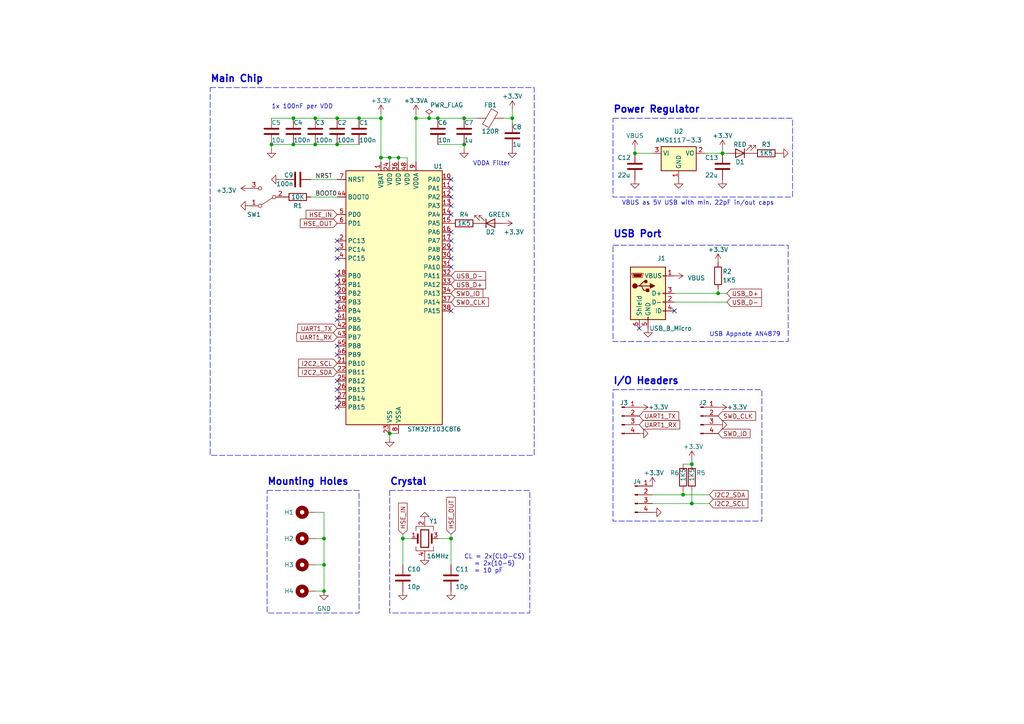
<source format=kicad_sch>
(kicad_sch (version 20230121) (generator eeschema)
  (paper "A4")
  (title_block (title "Udemy STM32 Example") (date "2023-06-06") (rev "0.1") (company "Achmadi ST MT"))
  (lib_symbols
    (symbol "Connector:Conn_01x04_Pin" (pin_names (offset 1.016) hide)
      (property "Reference" "J" (at 0 5.08 0))
      (property "Value" "Conn_01x04_Pin" (at 0 -7.62 0))
      (symbol "Conn_01x04_Pin_1_1"
        (polyline (pts (xy 1.27 -5.08) (xy 0.8636 -5.08)) (stroke (width 0.1524)))
        (polyline (pts (xy 1.27 -2.54) (xy 0.8636 -2.54)) (stroke (width 0.1524)))
        (polyline (pts (xy 1.27 0) (xy 0.8636 0)) (stroke (width 0.1524)))
        (polyline (pts (xy 1.27 2.54) (xy 0.8636 2.54)) (stroke (width 0.1524)))
        (rectangle (start 0.8636 -4.953) (end 0 -5.207) (stroke (width 0.1524)) (fill (type outline)))
        (rectangle (start 0.8636 -2.413) (end 0 -2.667) (stroke (width 0.1524)) (fill (type outline)))
        (rectangle (start 0.8636 0.127) (end 0 -0.127) (stroke (width 0.1524)) (fill (type outline)))
        (rectangle (start 0.8636 2.667) (end 0 2.413) (stroke (width 0.1524)) (fill (type outline)))
        (pin passive line (at 5.08 2.54 180) (length 3.81) (name "Pin_1") (number "1"))
        (pin passive line (at 5.08 0 180) (length 3.81) (name "Pin_2") (number "2"))
        (pin passive line (at 5.08 -2.54 180) (length 3.81) (name "Pin_3") (number "3"))
        (pin passive line (at 5.08 -5.08 180) (length 3.81) (name "Pin_4") (number "4"))
      )
    )
    (symbol "Connector:USB_B_Micro" (pin_names (offset 1.016))
      (property "Reference" "J" (at -5.08 11.43 0))
      (property "Value" "USB_B_Micro" (at -5.08 8.89 0))
      (symbol "USB_B_Micro_0_1"
        (rectangle (start -5.08 -7.62) (end 5.08 7.62) (stroke (width 0.254)) (fill (type background)))
        (circle (center -3.81 2.159) (radius 0.635) (stroke (width 0.254)) (fill (type outline)))
        (circle (center -0.635 3.429) (radius 0.381) (stroke (width 0.254)) (fill (type outline)))
        (rectangle (start -0.127 -7.62) (end 0.127 -6.858))
        (polyline (pts (xy -1.905 2.159) (xy 0.635 2.159)) (stroke (width 0.254)))
        (polyline (pts (xy -3.175 2.159) (xy -2.54 2.159) (xy -1.27 3.429) (xy -0.635 3.429)) (stroke (width 0.254)))
        (polyline (pts (xy -2.54 2.159) (xy -1.905 2.159) (xy -1.27 0.889) (xy 0 0.889)) (stroke (width 0.254)))
        (polyline (pts (xy 0.635 2.794) (xy 0.635 1.524) (xy 1.905 2.159) (xy 0.635 2.794)) (stroke (width 0.254)) (fill (type outline)))
        (polyline (pts (xy -4.318 5.588) (xy -1.778 5.588) (xy -2.032 4.826) (xy -4.064 4.826) (xy -4.318 5.588)) (fill (type outline)))
        (polyline (pts (xy -4.699 5.842) (xy -4.699 5.588) (xy -4.445 4.826) (xy -4.445 4.572) (xy -1.651 4.572) (xy -1.651 4.826) (xy -1.397 5.588) (xy -1.397 5.842) (xy -4.699 5.842)))
        (rectangle (start 0.254 1.27) (end -0.508 0.508) (stroke (width 0.254)) (fill (type outline)))
        (rectangle (start 5.08 -5.207) (end 4.318 -4.953))
        (rectangle (start 5.08 -2.667) (end 4.318 -2.413))
        (rectangle (start 5.08 -0.127) (end 4.318 0.127))
        (rectangle (start 5.08 4.953) (end 4.318 5.207))
      )
      (symbol "USB_B_Micro_1_1"
        (pin power_out line (at 7.62 5.08 180) (length 2.54) (name "VBUS") (number "1"))
        (pin bidirectional line (at 7.62 -2.54 180) (length 2.54) (name "D-") (number "2"))
        (pin bidirectional line (at 7.62 0 180) (length 2.54) (name "D+") (number "3"))
        (pin passive line (at 7.62 -5.08 180) (length 2.54) (name "ID") (number "4"))
        (pin power_out line (at 0 -10.16 90) (length 2.54) (name "GND") (number "5"))
        (pin passive line (at -2.54 -10.16 90) (length 2.54) (name "Shield") (number "6"))
      )
    )
    (symbol "Device:C" (pin_numbers hide) (pin_names (offset 0.254))
      (property "Reference" "C" (at 0.635 2.54 0))
      (property "Value" "C" (at 0.635 -2.54 0))
      (symbol "C_0_1"
        (polyline (pts (xy -2.032 -0.762) (xy 2.032 -0.762)) (stroke (width 0.508)))
        (polyline (pts (xy -2.032 0.762) (xy 2.032 0.762)) (stroke (width 0.508)))
      )
      (symbol "C_1_1"
        (pin passive line (at 0 3.81 270) (length 2.794) (name "~") (number "1"))
        (pin passive line (at 0 -3.81 90) (length 2.794) (name "~") (number "2"))
      )
    )
    (symbol "Device:Crystal_GND24" (pin_names (offset 1.016) hide)
      (property "Reference" "Y" (at 3.175 5.08 0))
      (property "Value" "Crystal_GND24" (at 3.175 3.175 0))
      (symbol "Crystal_GND24_0_1"
        (rectangle (start -1.143 2.54) (end 1.143 -2.54) (stroke (width 0.3048)))
        (polyline (pts (xy -2.54 0) (xy -2.032 0)))
        (polyline (pts (xy -2.032 -1.27) (xy -2.032 1.27)) (stroke (width 0.508)))
        (polyline (pts (xy 0 -3.81) (xy 0 -3.556)))
        (polyline (pts (xy 0 3.556) (xy 0 3.81)))
        (polyline (pts (xy 2.032 -1.27) (xy 2.032 1.27)) (stroke (width 0.508)))
        (polyline (pts (xy 2.032 0) (xy 2.54 0)))
        (polyline (pts (xy -2.54 -2.286) (xy -2.54 -3.556) (xy 2.54 -3.556) (xy 2.54 -2.286)))
        (polyline (pts (xy -2.54 2.286) (xy -2.54 3.556) (xy 2.54 3.556) (xy 2.54 2.286)))
      )
      (symbol "Crystal_GND24_1_1"
        (pin passive line (at -3.81 0 0) (length 1.27) (name "1") (number "1"))
        (pin passive line (at 0 5.08 270) (length 1.27) (name "2") (number "2"))
        (pin passive line (at 3.81 0 180) (length 1.27) (name "3") (number "3"))
        (pin passive line (at 0 -5.08 90) (length 1.27) (name "4") (number "4"))
      )
    )
    (symbol "Device:FerriteBead" (pin_numbers hide) (pin_names (offset 0))
      (property "Reference" "FB" (at -3.81 0.635 90))
      (property "Value" "FerriteBead" (at 3.81 0 90))
      (symbol "FerriteBead_0_1"
        (polyline (pts (xy 0 -1.27) (xy 0 -1.2192)))
        (polyline (pts (xy 0 1.27) (xy 0 1.2954)))
        (polyline (pts (xy -2.7686 0.4064) (xy -1.7018 2.2606) (xy 2.7686 -0.3048) (xy 1.6764 -2.159) (xy -2.7686 0.4064)))
      )
      (symbol "FerriteBead_1_1"
        (pin passive line (at 0 3.81 270) (length 2.54) (name "~") (number "1"))
        (pin passive line (at 0 -3.81 90) (length 2.54) (name "~") (number "2"))
      )
    )
    (symbol "Device:LED" (pin_numbers hide) (pin_names (offset 1.016) hide)
      (property "Reference" "D" (at 0 2.54 0))
      (property "Value" "LED" (at 0 -2.54 0))
      (symbol "LED_0_1"
        (polyline (pts (xy -1.27 -1.27) (xy -1.27 1.27)) (stroke (width 0.254)))
        (polyline (pts (xy -1.27 0) (xy 1.27 0)))
        (polyline (pts (xy 1.27 -1.27) (xy 1.27 1.27) (xy -1.27 0) (xy 1.27 -1.27)) (stroke (width 0.254)))
        (polyline (pts (xy -3.048 -0.762) (xy -4.572 -2.286) (xy -3.81 -2.286) (xy -4.572 -2.286) (xy -4.572 -1.524)))
        (polyline (pts (xy -1.778 -0.762) (xy -3.302 -2.286) (xy -2.54 -2.286) (xy -3.302 -2.286) (xy -3.302 -1.524)))
      )
      (symbol "LED_1_1"
        (pin passive line (at -3.81 0 0) (length 2.54) (name "K") (number "1"))
        (pin passive line (at 3.81 0 180) (length 2.54) (name "A") (number "2"))
      )
    )
    (symbol "Device:R" (pin_numbers hide) (pin_names (offset 0))
      (property "Reference" "R" (at 2.032 0 90))
      (property "Value" "R" (at 0 0 90))
      (symbol "R_0_1"
        (rectangle (start -1.016 -2.54) (end 1.016 2.54) (stroke (width 0.254)))
      )
      (symbol "R_1_1"
        (pin passive line (at 0 3.81 270) (length 1.27) (name "~") (number "1"))
        (pin passive line (at 0 -3.81 90) (length 1.27) (name "~") (number "2"))
      )
    )
    (symbol "MCU_ST_STM32F1:STM32F103C8Tx"
      (property "Reference" "U" (at -12.7 39.37 0))
      (property "Value" "STM32F103C8Tx" (at 10.16 39.37 0))
      (symbol "STM32F103C8Tx_0_1"
        (rectangle (start -12.7 -35.56) (end 15.24 38.1) (stroke (width 0.254)) (fill (type background)))
      )
      (symbol "STM32F103C8Tx_1_1"
        (pin power_in line (at -2.54 40.64 270) (length 2.54) (name "VBAT") (number "1"))
        (pin bidirectional line (at 17.78 35.56 180) (length 2.54) (name "PA0") (number "10"))
        (pin bidirectional line (at 17.78 33.02 180) (length 2.54) (name "PA1") (number "11"))
        (pin bidirectional line (at 17.78 30.48 180) (length 2.54) (name "PA2") (number "12"))
        (pin bidirectional line (at 17.78 27.94 180) (length 2.54) (name "PA3") (number "13"))
        (pin bidirectional line (at 17.78 25.4 180) (length 2.54) (name "PA4") (number "14"))
        (pin bidirectional line (at 17.78 22.86 180) (length 2.54) (name "PA5") (number "15"))
        (pin bidirectional line (at 17.78 20.32 180) (length 2.54) (name "PA6") (number "16"))
        (pin bidirectional line (at 17.78 17.78 180) (length 2.54) (name "PA7") (number "17"))
        (pin bidirectional line (at -15.24 7.62 0) (length 2.54) (name "PB0") (number "18"))
        (pin bidirectional line (at -15.24 5.08 0) (length 2.54) (name "PB1") (number "19"))
        (pin bidirectional line (at -15.24 17.78 0) (length 2.54) (name "PC13") (number "2"))
        (pin bidirectional line (at -15.24 2.54 0) (length 2.54) (name "PB2") (number "20"))
        (pin bidirectional line (at -15.24 -17.78 0) (length 2.54) (name "PB10") (number "21"))
        (pin bidirectional line (at -15.24 -20.32 0) (length 2.54) (name "PB11") (number "22"))
        (pin power_in line (at 0 -38.1 90) (length 2.54) (name "VSS") (number "23"))
        (pin power_in line (at 0 40.64 270) (length 2.54) (name "VDD") (number "24"))
        (pin bidirectional line (at -15.24 -22.86 0) (length 2.54) (name "PB12") (number "25"))
        (pin bidirectional line (at -15.24 -25.4 0) (length 2.54) (name "PB13") (number "26"))
        (pin bidirectional line (at -15.24 -27.94 0) (length 2.54) (name "PB14") (number "27"))
        (pin bidirectional line (at -15.24 -30.48 0) (length 2.54) (name "PB15") (number "28"))
        (pin bidirectional line (at 17.78 15.24 180) (length 2.54) (name "PA8") (number "29"))
        (pin bidirectional line (at -15.24 15.24 0) (length 2.54) (name "PC14") (number "3"))
        (pin bidirectional line (at 17.78 12.7 180) (length 2.54) (name "PA9") (number "30"))
        (pin bidirectional line (at 17.78 10.16 180) (length 2.54) (name "PA10") (number "31"))
        (pin bidirectional line (at 17.78 7.62 180) (length 2.54) (name "PA11") (number "32"))
        (pin bidirectional line (at 17.78 5.08 180) (length 2.54) (name "PA12") (number "33"))
        (pin bidirectional line (at 17.78 2.54 180) (length 2.54) (name "PA13") (number "34"))
        (pin passive line (at 0 -38.1 90) (length 2.54) hide (name "VSS") (number "35"))
        (pin power_in line (at 2.54 40.64 270) (length 2.54) (name "VDD") (number "36"))
        (pin bidirectional line (at 17.78 0 180) (length 2.54) (name "PA14") (number "37"))
        (pin bidirectional line (at 17.78 -2.54 180) (length 2.54) (name "PA15") (number "38"))
        (pin bidirectional line (at -15.24 0 0) (length 2.54) (name "PB3") (number "39"))
        (pin bidirectional line (at -15.24 12.7 0) (length 2.54) (name "PC15") (number "4"))
        (pin bidirectional line (at -15.24 -2.54 0) (length 2.54) (name "PB4") (number "40"))
        (pin bidirectional line (at -15.24 -5.08 0) (length 2.54) (name "PB5") (number "41"))
        (pin bidirectional line (at -15.24 -7.62 0) (length 2.54) (name "PB6") (number "42"))
        (pin bidirectional line (at -15.24 -10.16 0) (length 2.54) (name "PB7") (number "43"))
        (pin input line (at -15.24 30.48 0) (length 2.54) (name "BOOT0") (number "44"))
        (pin bidirectional line (at -15.24 -12.7 0) (length 2.54) (name "PB8") (number "45"))
        (pin bidirectional line (at -15.24 -15.24 0) (length 2.54) (name "PB9") (number "46"))
        (pin passive line (at 0 -38.1 90) (length 2.54) hide (name "VSS") (number "47"))
        (pin power_in line (at 5.08 40.64 270) (length 2.54) (name "VDD") (number "48"))
        (pin bidirectional line (at -15.24 25.4 0) (length 2.54) (name "PD0") (number "5"))
        (pin bidirectional line (at -15.24 22.86 0) (length 2.54) (name "PD1") (number "6"))
        (pin input line (at -15.24 35.56 0) (length 2.54) (name "NRST") (number "7"))
        (pin power_in line (at 2.54 -38.1 90) (length 2.54) (name "VSSA") (number "8"))
        (pin power_in line (at 7.62 40.64 270) (length 2.54) (name "VDDA") (number "9"))
      )
    )
    (symbol "Mechanical:MountingHole_Pad" (pin_numbers hide) (pin_names (offset 1.016) hide)
      (property "Reference" "H" (at 0 6.35 0))
      (property "Value" "MountingHole_Pad" (at 0 4.445 0))
      (symbol "MountingHole_Pad_0_1"
        (circle (center 0 1.27) (radius 1.27) (stroke (width 1.27)))
      )
      (symbol "MountingHole_Pad_1_1"
        (pin input line (at 0 -2.54 90) (length 2.54) (name "1") (number "1"))
      )
    )
    (symbol "Regulator_Linear:AMS1117-3.3"
      (property "Reference" "U" (at -3.81 3.175 0))
      (property "Value" "AMS1117-3.3" (at 0 3.175 0))
      (symbol "AMS1117-3.3_0_1"
        (rectangle (start -5.08 -5.08) (end 5.08 1.905) (stroke (width 0.254)) (fill (type background)))
      )
      (symbol "AMS1117-3.3_1_1"
        (pin power_in line (at 0 -7.62 90) (length 2.54) (name "GND") (number "1"))
        (pin power_out line (at 7.62 0 180) (length 2.54) (name "VO") (number "2"))
        (pin power_in line (at -7.62 0 0) (length 2.54) (name "VI") (number "3"))
      )
    )
    (symbol "Switch:SW_SPDT" (pin_names (offset 0) hide)
      (property "Reference" "SW" (at 0 4.318 0))
      (property "Value" "SW_SPDT" (at 0 -5.08 0))
      (symbol "SW_SPDT_0_0"
        (circle (center -2.032 0) (radius 0.508))
        (circle (center 2.032 -2.54) (radius 0.508))
      )
      (symbol "SW_SPDT_0_1"
        (polyline (pts (xy -1.524 0.254) (xy 1.651 2.286)))
        (circle (center 2.032 2.54) (radius 0.508))
      )
      (symbol "SW_SPDT_1_1"
        (pin passive line (at 5.08 2.54 180) (length 2.54) (name "A") (number "1"))
        (pin passive line (at -5.08 0 0) (length 2.54) (name "B") (number "2"))
        (pin passive line (at 5.08 -2.54 180) (length 2.54) (name "C") (number "3"))
      )
    )
    (symbol "power:+3.3V" (power) (pin_names (offset 0))
      (property "Value" "+3.3V" (at 0 3.556 0))
      (symbol "+3.3V_0_1"
        (polyline (pts (xy -0.762 1.27) (xy 0 2.54)))
        (polyline (pts (xy 0 0) (xy 0 2.54)))
        (polyline (pts (xy 0 2.54) (xy 0.762 1.27)))
      )
      (symbol "+3.3V_1_1"
        (pin power_in line (at 0 0 90) (length 0) hide (name "+3.3V") (number "1"))
      )
    )
    (symbol "power:+3.3VA" (power) (pin_names (offset 0))
      (property "Value" "+3.3VA" (at 0 3.556 0))
      (symbol "+3.3VA_0_1"
        (polyline (pts (xy -0.762 1.27) (xy 0 2.54)))
        (polyline (pts (xy 0 0) (xy 0 2.54)))
        (polyline (pts (xy 0 2.54) (xy 0.762 1.27)))
      )
      (symbol "+3.3VA_1_1"
        (pin power_in line (at 0 0 90) (length 0) hide (name "+3.3VA") (number "1"))
      )
    )
    (symbol "power:GND" (power) (pin_names (offset 0))
      (property "Value" "GND" (at 0 -3.81 0))
      (symbol "GND_0_1"
        (polyline (pts (xy 0 0) (xy 0 -1.27) (xy 1.27 -1.27) (xy 0 -2.54) (xy -1.27 -1.27) (xy 0 -1.27)))
      )
      (symbol "GND_1_1"
        (pin power_in line (at 0 0 270) (length 0) hide (name "GND") (number "1"))
      )
    )
    (symbol "power:PWR_FLAG" (power) (pin_numbers hide) (pin_names (offset 0) hide)
      (property "Value" "PWR_FLAG" (at 0 3.81 0))
      (symbol "PWR_FLAG_0_0"
        (pin power_out line (at 0 0 90) (length 0) (name "pwr") (number "1"))
      )
      (symbol "PWR_FLAG_0_1"
        (polyline (pts (xy 0 0) (xy 0 1.27) (xy -1.016 1.905) (xy 0 2.54) (xy 1.016 1.905) (xy 0 1.27)))
      )
    )
    (symbol "power:VBUS" (power) (pin_names (offset 0))
      (property "Value" "VBUS" (at 0 3.81 0))
      (symbol "VBUS_0_1"
        (polyline (pts (xy -0.762 1.27) (xy 0 2.54)))
        (polyline (pts (xy 0 0) (xy 0 2.54)))
        (polyline (pts (xy 0 2.54) (xy 0.762 1.27)))
      )
      (symbol "VBUS_1_1"
        (pin power_in line (at 0 0 90) (length 0) hide (name "VBUS") (number "1"))
      )
    )
  )
  (junction (at 116.84 156.21))
  (junction (at 85.09 41.91))
  (junction (at 130.81 156.21))
  (junction (at 200.66 134.62))
  (junction (at 113.03 125.73))
  (junction (at 120.65 34.29))
  (junction (at 85.09 34.29))
  (junction (at 134.62 34.29))
  (junction (at 209.55 44.45))
  (junction (at 91.44 41.91))
  (junction (at 200.66 146.05))
  (junction (at 127 34.29))
  (junction (at 198.12 143.51))
  (junction (at 184.15 44.45))
  (junction (at 97.79 34.29))
  (junction (at 78.74 41.91))
  (junction (at 208.28 85.09))
  (junction (at 91.44 34.29))
  (junction (at 110.49 34.29))
  (junction (at 115.57 45.72))
  (junction (at 93.98 156.21))
  (junction (at 124.46 34.29))
  (junction (at 104.14 34.29))
  (junction (at 93.98 163.83))
  (junction (at 110.49 45.72))
  (junction (at 134.62 41.91))
  (junction (at 93.98 171.45))
  (junction (at 113.03 45.72))
  (junction (at 97.79 41.91))
  (junction (at 148.59 34.29))
  (no_connect (at 97.79 110.49))
  (no_connect (at 97.79 69.85))
  (no_connect (at 97.79 74.93))
  (no_connect (at 97.79 82.55))
  (no_connect (at 130.81 52.07))
  (no_connect (at 97.79 90.17))
  (no_connect (at 185.42 95.25))
  (no_connect (at 130.81 90.17))
  (no_connect (at 130.81 67.31))
  (no_connect (at 130.81 57.15))
  (no_connect (at 97.79 85.09))
  (no_connect (at 97.79 118.11))
  (no_connect (at 97.79 92.71))
  (no_connect (at 97.79 115.57))
  (no_connect (at 130.81 54.61))
  (no_connect (at 130.81 69.85))
  (no_connect (at 97.79 72.39))
  (no_connect (at 97.79 102.87))
  (no_connect (at 97.79 100.33))
  (no_connect (at 195.58 90.17))
  (no_connect (at 130.81 62.23))
  (no_connect (at 130.81 72.39))
  (no_connect (at 130.81 74.93))
  (no_connect (at 97.79 87.63))
  (no_connect (at 130.81 77.47))
  (no_connect (at 130.81 59.69))
  (no_connect (at 97.79 113.03))
  (no_connect (at 97.79 80.01))
  (wire (pts (xy 148.59 34.29) (xy 148.59 35.56)))
  (wire (pts (xy 148.59 31.75) (xy 148.59 34.29)))
  (wire (pts (xy 91.44 163.83) (xy 93.98 163.83)))
  (wire (pts (xy 90.17 57.15) (xy 97.79 57.15)))
  (wire (pts (xy 115.57 46.99) (xy 115.57 45.72)))
  (wire (pts (xy 200.66 142.24) (xy 200.66 146.05)))
  (wire (pts (xy 209.55 43.18) (xy 209.55 44.45)))
  (wire (pts (xy 90.17 52.07) (xy 97.79 52.07)))
  (wire (pts (xy 120.65 34.29) (xy 124.46 34.29)))
  (wire (pts (xy 113.03 45.72) (xy 115.57 45.72)))
  (wire (pts (xy 97.79 34.29) (xy 104.14 34.29)))
  (wire (pts (xy 93.98 148.59) (xy 93.98 156.21)))
  (wire (pts (xy 85.09 34.29) (xy 91.44 34.29)))
  (wire (pts (xy 113.03 127) (xy 113.03 125.73)))
  (wire (pts (xy 124.46 34.29) (xy 127 34.29)))
  (wire (pts (xy 110.49 45.72) (xy 113.03 45.72)))
  (wire (pts (xy 78.74 41.91) (xy 78.74 43.18)))
  (wire (pts (xy 134.62 34.29) (xy 138.43 34.29)))
  (wire (pts (xy 127 34.29) (xy 134.62 34.29)))
  (wire (pts (xy 78.74 41.91) (xy 85.09 41.91)))
  (wire (pts (xy 127 41.91) (xy 134.62 41.91)))
  (wire (pts (xy 134.62 41.91) (xy 134.62 43.18)))
  (wire (pts (xy 208.28 85.09) (xy 195.58 85.09)))
  (wire (pts (xy 81.28 52.07) (xy 82.55 52.07)))
  (wire (pts (xy 184.15 44.45) (xy 189.23 44.45)))
  (wire (pts (xy 110.49 45.72) (xy 110.49 46.99)))
  (wire (pts (xy 208.28 83.82) (xy 208.28 85.09)))
  (wire (pts (xy 205.74 146.05) (xy 200.66 146.05)))
  (wire (pts (xy 120.65 34.29) (xy 120.65 46.99)))
  (wire (pts (xy 91.44 171.45) (xy 93.98 171.45)))
  (wire (pts (xy 110.49 34.29) (xy 110.49 45.72)))
  (wire (pts (xy 118.11 46.99) (xy 118.11 45.72)))
  (wire (pts (xy 204.47 44.45) (xy 209.55 44.45)))
  (wire (pts (xy 110.49 33.02) (xy 110.49 34.29)))
  (wire (pts (xy 205.74 143.51) (xy 198.12 143.51)))
  (wire (pts (xy 93.98 156.21) (xy 93.98 163.83)))
  (wire (pts (xy 91.44 156.21) (xy 93.98 156.21)))
  (wire (pts (xy 200.66 133.35) (xy 200.66 134.62)))
  (wire (pts (xy 93.98 163.83) (xy 93.98 171.45)))
  (wire (pts (xy 130.81 156.21) (xy 130.81 163.83)))
  (wire (pts (xy 130.81 154.94) (xy 130.81 156.21)))
  (wire (pts (xy 200.66 146.05) (xy 189.23 146.05)))
  (wire (pts (xy 198.12 142.24) (xy 198.12 143.51)))
  (wire (pts (xy 97.79 41.91) (xy 104.14 41.91)))
  (wire (pts (xy 113.03 46.99) (xy 113.03 45.72)))
  (wire (pts (xy 120.65 33.02) (xy 120.65 34.29)))
  (wire (pts (xy 78.74 34.29) (xy 85.09 34.29)))
  (wire (pts (xy 210.82 85.09) (xy 208.28 85.09)))
  (wire (pts (xy 118.11 45.72) (xy 115.57 45.72)))
  (wire (pts (xy 113.03 125.73) (xy 115.57 125.73)))
  (wire (pts (xy 91.44 41.91) (xy 97.79 41.91)))
  (wire (pts (xy 184.15 43.18) (xy 184.15 44.45)))
  (wire (pts (xy 127 156.21) (xy 130.81 156.21)))
  (wire (pts (xy 116.84 154.94) (xy 116.84 156.21)))
  (wire (pts (xy 198.12 143.51) (xy 189.23 143.51)))
  (wire (pts (xy 210.82 87.63) (xy 195.58 87.63)))
  (wire (pts (xy 116.84 156.21) (xy 119.38 156.21)))
  (wire (pts (xy 198.12 134.62) (xy 200.66 134.62)))
  (wire (pts (xy 91.44 148.59) (xy 93.98 148.59)))
  (wire (pts (xy 146.05 34.29) (xy 148.59 34.29)))
  (wire (pts (xy 91.44 34.29) (xy 97.79 34.29)))
  (wire (pts (xy 116.84 156.21) (xy 116.84 163.83)))
  (wire (pts (xy 85.09 41.91) (xy 91.44 41.91)))
  (wire (pts (xy 209.55 44.45) (xy 210.82 44.45)))
  (wire (pts (xy 104.14 34.29) (xy 110.49 34.29)))
  (rectangle (start 113.03 142.24) (end 153.67 177.8) (stroke (width 0) (type dash)))
  (rectangle (start 177.8 71.12) (end 228.6 99.06) (stroke (width 0) (type dash)))
  (rectangle (start 177.8 34.29) (end 229.87 57.15) (stroke (width 0) (type dash)))
  (rectangle (start 177.8 113.03) (end 220.98 151.13) (stroke (width 0) (type dash)))
  (rectangle (start 60.96 25.4) (end 154.94 132.08) (stroke (width 0) (type dash)))
  (rectangle (start 77.47 142.24) (end 104.14 177.8) (stroke (width 0) (type dash)))
  (text "CL = 2x(CLO-CS)\n   = 2x(10-5)\n   = 10 pF" (at 134.62 166.37 0) (effects (font (size 1.27 1.27)) (justify left bottom)))
  (text "VDDA Filter\n" (at 137.16 48.26 0) (effects (font (size 1.27 1.27)) (justify left bottom)))
  (text "Mounting Holes\n" (at 77.47 140.97 0) (effects (font (size 2 2) (thickness 0.4) bold) (justify left bottom)))
  (text "USB Appnote AN4879" (at 205.74 97.79 0) (effects (font (size 1.27 1.27)) (justify left bottom)))
  (text "Power Regulator\n" (at 177.8 33.02 0) (effects (font (size 2 2) (thickness 0.4) bold) (justify left bottom)))
  (text "Main Chip\n" (at 60.96 24.13 0) (effects (font (size 2 2) (thickness 0.4) bold) (justify left bottom)))
  (text "VBUS as 5V USB with min. 22pF in/out caps\n" (at 180.34 59.69 0) (effects (font (size 1.27 1.27)) (justify left bottom)))
  (text "I/O Headers\n" (at 177.8 111.76 0) (effects (font (size 2 2) (thickness 0.4) bold) (justify left bottom)))
  (text "1x 100nF per VDD\n" (at 78.74 31.75 0) (effects (font (size 1.27 1.27)) (justify left bottom)))
  (text "Crystal" (at 113.03 140.97 0) (effects (font (size 2 2) (thickness 0.4) bold) (justify left bottom)))
  (text "USB Port\n\n" (at 177.8 72.39 0) (effects (font (size 2 2) (thickness 0.4) bold) (justify left bottom)))
  (label "BOOT0" (at 91.44 57.15 0))
  (label "NRST" (at 91.44 52.07 0))
  (global_label "UART1_RX" (shape input) (at 185.42 123.19 0) (property "Intersheetrefs" "${INTERSHEET_REFS}" (effects hide)))
  (global_label "HSE_OUT" (shape input) (at 130.81 154.94 90) (property "Intersheetrefs" "${INTERSHEET_REFS}" (effects hide)))
  (global_label "UART1_TX" (shape input) (at 185.42 120.65 0) (property "Intersheetrefs" "${INTERSHEET_REFS}" (effects hide)))
  (global_label "SWD_IO" (shape input) (at 130.81 85.09 0) (property "Intersheetrefs" "${INTERSHEET_REFS}" (effects hide)))
  (global_label "I2C2_SCL" (shape input) (at 205.74 146.05 0) (property "Intersheetrefs" "${INTERSHEET_REFS}" (effects hide)))
  (global_label "USB_D-" (shape input) (at 130.81 80.01 0) (property "Intersheetrefs" "${INTERSHEET_REFS}" (effects hide)))
  (global_label "HSE_IN" (shape input) (at 97.79 62.23 180) (property "Intersheetrefs" "${INTERSHEET_REFS}" (effects hide)))
  (global_label "SWD_IO" (shape input) (at 208.28 125.73 0) (property "Intersheetrefs" "${INTERSHEET_REFS}" (effects hide)))
  (global_label "USB_D+" (shape input) (at 210.82 85.09 0) (property "Intersheetrefs" "${INTERSHEET_REFS}" (effects hide)))
  (global_label "HSE_IN" (shape input) (at 116.84 154.94 90) (property "Intersheetrefs" "${INTERSHEET_REFS}" (effects hide)))
  (global_label "I2C2_SDA" (shape input) (at 205.74 143.51 0) (property "Intersheetrefs" "${INTERSHEET_REFS}" (effects hide)))
  (global_label "I2C2_SDA" (shape input) (at 97.79 107.95 180) (property "Intersheetrefs" "${INTERSHEET_REFS}" (effects hide)))
  (global_label "SWD_CLK" (shape input) (at 208.28 120.65 0) (property "Intersheetrefs" "${INTERSHEET_REFS}" (effects hide)))
  (global_label "SWD_CLK" (shape input) (at 130.81 87.63 0) (property "Intersheetrefs" "${INTERSHEET_REFS}" (effects hide)))
  (global_label "HSE_OUT" (shape input) (at 97.79 64.77 180) (property "Intersheetrefs" "${INTERSHEET_REFS}" (effects hide)))
  (global_label "USB_D+" (shape input) (at 130.81 82.55 0) (property "Intersheetrefs" "${INTERSHEET_REFS}" (effects hide)))
  (global_label "USB_D-" (shape input) (at 210.82 87.63 0) (property "Intersheetrefs" "${INTERSHEET_REFS}" (effects hide)))
  (global_label "UART1_RX" (shape input) (at 97.79 97.79 180) (property "Intersheetrefs" "${INTERSHEET_REFS}" (effects hide)))
  (global_label "I2C2_SCL" (shape input) (at 97.79 105.41 180) (property "Intersheetrefs" "${INTERSHEET_REFS}" (effects hide)))
  (global_label "UART1_TX" (shape input) (at 97.79 95.25 180) (property "Intersheetrefs" "${INTERSHEET_REFS}" (effects hide)))
  (symbol (lib_id "Device:C") (at 85.09 38.1 0) (unit 1)
    (property "Reference" "C4" (at 85.09 35.56 0) (effects (justify left)))
    (property "Value" "100n" (at 85.09 40.64 0) (effects (justify left)))
    (property "Footprint" "Capacitor_SMD:C_0603_1608Metric" (effects hide))
  )
  (symbol (lib_id "Device:C") (at 134.62 38.1 0) (unit 1)
    (property "Reference" "C7" (at 134.62 35.56 0) (effects (justify left)))
    (property "Value" "1u" (at 134.62 40.64 0) (effects (justify left)))
    (property "Footprint" "Capacitor_SMD:C_0603_1608Metric" (effects hide))
  )
  (symbol (lib_id "power:GND") (at 134.62 43.18 0) (unit 1)
    (property "Reference" "#PWR05" (effects hide))
    (property "Value" "GND" (effects hide))
  )
  (symbol (lib_id "power:+3.3V") (at 208.28 76.2 0) (unit 1)
    (property "Reference" "#PWR017" (effects hide))
    (property "Value" "+3.3V" (at 208.28 72.39 0))
  )
  (symbol (lib_id "power:GND") (at 93.98 171.45 0) (unit 1)
    (property "Reference" "#PWR032" (effects hide))
    (property "Value" "GND" (at 93.98 176.53 0))
  )
  (symbol (lib_id "power:GND") (at 226.06 44.45 90) (unit 1)
    (property "Reference" "#PWR025" (effects hide))
    (property "Value" "GND" (effects hide))
  )
  (symbol (lib_id "Device:FerriteBead") (at 142.24 34.29 90) (unit 1)
    (property "Reference" "FB1" (at 142.24 30.48 90))
    (property "Value" "120R" (at 142.24 38.1 90))
    (property "Footprint" "Inductor_SMD:L_0603_1608Metric" (effects hide))
  )
  (symbol (lib_id "power:VBUS") (at 184.15 43.18 0) (mirror y) (unit 1)
    (property "Reference" "#PWR020" (effects hide))
    (property "Value" "VBUS" (at 184.15 39.37 0))
  )
  (symbol (lib_id "Mechanical:MountingHole_Pad") (at 88.9 148.59 90) (unit 1)
    (property "Reference" "H1" (at 83.82 148.59 90))
    (property "Value" "MountingHole_Pad" (effects hide))
    (property "Footprint" "MountingHole:MountingHole_2.5mm_Pad_Via" (effects hide))
  )
  (symbol (lib_id "power:GND") (at 123.19 161.29 0) (unit 1)
    (property "Reference" "#PWR011" (effects hide))
    (property "Value" "GND" (effects hide))
  )
  (symbol (lib_id "power:GND") (at 72.39 59.69 270) (unit 1)
    (property "Reference" "#PWR09" (effects hide))
    (property "Value" "GND" (effects hide))
  )
  (symbol (lib_id "Device:C") (at 97.79 38.1 0) (unit 1)
    (property "Reference" "C2" (at 97.79 35.56 0) (effects (justify left)))
    (property "Value" "100n" (at 97.79 40.64 0) (effects (justify left)))
    (property "Footprint" "Capacitor_SMD:C_0603_1608Metric" (effects hide))
  )
  (symbol (lib_id "power:+3.3V") (at 185.42 118.11 270) (unit 1)
    (property "Reference" "#PWR027" (effects hide))
    (property "Value" "+3.3V" (at 187.96 118.11 90) (effects (justify left)))
  )
  (symbol (lib_id "power:+3.3V") (at 72.39 54.61 90) (unit 1)
    (property "Reference" "#PWR010" (effects hide))
    (property "Value" "+3.3V" (at 68.58 55.245 90) (effects (justify left)))
  )
  (symbol (lib_id "Device:C") (at 130.81 167.64 0) (unit 1)
    (property "Reference" "C11" (at 132.08 165.1 0) (effects (justify left)))
    (property "Value" "10p" (at 132.08 170.18 0) (effects (justify left)))
    (property "Footprint" "Capacitor_SMD:C_0603_1608Metric" (effects hide))
  )
  (symbol (lib_id "Connector:Conn_01x04_Pin") (at 184.15 143.51 0) (unit 1)
    (property "Reference" "J4" (at 184.785 139.7 0))
    (property "Value" "Conn_01x04_Pin" (effects hide))
    (property "Footprint" "Connector_PinHeader_2.54mm:PinHeader_1x04_P2.54mm_Vertical" (effects hide))
  )
  (symbol (lib_id "Device:LED") (at 214.63 44.45 180) (unit 1)
    (property "Reference" "D1" (at 214.63 46.99 0))
    (property "Value" "RED" (at 214.63 41.91 0))
    (property "Footprint" "LED_SMD:LED_0805_2012Metric" (effects hide))
  )
  (symbol (lib_id "power:+3.3V") (at 209.55 43.18 0) (unit 1)
    (property "Reference" "#PWR021" (effects hide))
    (property "Value" "+3.3V" (at 209.55 39.37 0))
  )
  (symbol (lib_id "Mechanical:MountingHole_Pad") (at 88.9 171.45 90) (unit 1)
    (property "Reference" "H4" (at 83.82 171.45 90))
    (property "Value" "MountingHole_Pad" (effects hide))
    (property "Footprint" "MountingHole:MountingHole_2.5mm_Pad_Via" (effects hide))
  )
  (symbol (lib_id "Device:R") (at 198.12 138.43 180) (unit 1)
    (property "Reference" "R6" (at 194.31 137.16 0) (effects (justify right)))
    (property "Value" "1K5" (at 198.12 139.7 90) (effects (justify right)))
    (property "Footprint" "Resistor_SMD:R_0603_1608Metric" (effects hide))
  )
  (symbol (lib_id "Switch:SW_SPDT") (at 77.47 57.15 180) (unit 1)
    (property "Reference" "SW1" (at 73.66 62.23 0))
    (property "Value" "SW_SPDT" (effects hide))
    (property "Footprint" "Button_Switch_SMD:SW_SPDT_PCM12" (effects hide))
  )
  (symbol (lib_id "Device:C") (at 148.59 39.37 0) (unit 1)
    (property "Reference" "C8" (at 148.59 36.83 0) (effects (justify left)))
    (property "Value" "1u" (at 148.59 41.91 0) (effects (justify left)))
    (property "Footprint" "Capacitor_SMD:C_0603_1608Metric" (effects hide))
  )
  (symbol (lib_id "power:GND") (at 185.42 125.73 90) (mirror x) (unit 1)
    (property "Reference" "#PWR028" (effects hide))
    (property "Value" "GND" (effects hide))
  )
  (symbol (lib_id "power:+3.3V") (at 110.49 33.02 0) (unit 1)
    (property "Reference" "#PWR02" (effects hide))
    (property "Value" "+3.3V" (at 110.49 29.21 0))
  )
  (symbol (lib_id "power:+3.3V") (at 208.28 118.11 270) (unit 1)
    (property "Reference" "#PWR019" (effects hide))
    (property "Value" "+3.3V" (at 210.82 118.11 90) (effects (justify left)))
  )
  (symbol (lib_id "Mechanical:MountingHole_Pad") (at 88.9 163.83 90) (unit 1)
    (property "Reference" "H3" (at 83.82 163.83 90))
    (property "Value" "MountingHole_Pad" (effects hide))
    (property "Footprint" "MountingHole:MountingHole_2.5mm_Pad_Via" (effects hide))
  )
  (symbol (lib_id "power:+3.3VA") (at 120.65 33.02 0) (unit 1)
    (property "Reference" "#PWR04" (effects hide))
    (property "Value" "+3.3VA" (at 120.65 29.21 0))
  )
  (symbol (lib_id "power:+3.3V") (at 146.05 64.77 270) (mirror x) (unit 1)
    (property "Reference" "#PWR026" (effects hide))
    (property "Value" "+3.3V" (at 146.05 67.31 90) (effects (justify left)))
  )
  (symbol (lib_id "Device:LED") (at 142.24 64.77 0) (mirror x) (unit 1)
    (property "Reference" "D2" (at 142.24 67.31 0))
    (property "Value" "GREEN" (at 144.78 62.23 0))
    (property "Footprint" "LED_SMD:LED_0805_2012Metric" (effects hide))
  )
  (symbol (lib_id "power:GND") (at 113.03 127 0) (unit 1)
    (property "Reference" "#PWR01" (effects hide))
    (property "Value" "GND" (effects hide))
  )
  (symbol (lib_id "Regulator_Linear:AMS1117-3.3") (at 196.85 44.45 0) (unit 1)
    (property "Reference" "U2" (at 196.85 38.1 0))
    (property "Value" "AMS1117-3.3" (at 196.85 40.64 0))
    (property "Footprint" "Package_TO_SOT_SMD:SOT-223-3_TabPin2" (effects hide))
    (property "Datasheet" "http://www.advanced-monolithic.com/pdf/ds1117.pdf" (effects hide))
  )
  (symbol (lib_id "power:VBUS") (at 195.58 80.01 270) (mirror x) (unit 1)
    (property "Reference" "#PWR016" (effects hide))
    (property "Value" "VBUS" (at 199.39 80.645 90) (effects (justify left)))
  )
  (symbol (lib_id "Device:C") (at 78.74 38.1 0) (unit 1)
    (property "Reference" "C5" (at 78.74 35.56 0) (effects (justify left)))
    (property "Value" "10u" (at 78.74 40.64 0) (effects (justify left)))
    (property "Footprint" "Capacitor_SMD:C_0603_1608Metric" (effects hide))
  )
  (symbol (lib_id "Mechanical:MountingHole_Pad") (at 88.9 156.21 90) (unit 1)
    (property "Reference" "H2" (at 83.82 156.21 90))
    (property "Value" "MountingHole_Pad" (effects hide))
    (property "Footprint" "MountingHole:MountingHole_2.5mm_Pad_Via" (effects hide))
  )
  (symbol (lib_id "power:GND") (at 123.19 151.13 180) (unit 1)
    (property "Reference" "#PWR012" (effects hide))
    (property "Value" "GND" (effects hide))
  )
  (symbol (lib_id "power:GND") (at 116.84 171.45 0) (unit 1)
    (property "Reference" "#PWR013" (effects hide))
    (property "Value" "GND" (effects hide))
  )
  (symbol (lib_id "Device:R") (at 134.62 64.77 90) (mirror x) (unit 1)
    (property "Reference" "R4" (at 134.62 62.23 90))
    (property "Value" "1K5" (at 134.62 64.77 90))
    (property "Footprint" "Resistor_SMD:R_0603_1608Metric" (effects hide))
  )
  (symbol (lib_id "Device:C") (at 209.55 48.26 0) (unit 1)
    (property "Reference" "C13" (at 204.47 45.72 0) (effects (justify left)))
    (property "Value" "22u" (at 204.47 50.8 0) (effects (justify left)))
    (property "Footprint" "Capacitor_SMD:C_0603_1608Metric" (effects hide))
  )
  (symbol (lib_id "power:GND") (at 81.28 52.07 270) (unit 1)
    (property "Reference" "#PWR08" (effects hide))
    (property "Value" "GND" (effects hide))
  )
  (symbol (lib_id "power:GND") (at 148.59 43.18 0) (unit 1)
    (property "Reference" "#PWR07" (effects hide))
    (property "Value" "GND" (effects hide))
  )
  (symbol (lib_id "Device:R") (at 86.36 57.15 90) (unit 1)
    (property "Reference" "R1" (at 86.36 59.69 90))
    (property "Value" "10K" (at 86.36 57.15 90))
    (property "Footprint" "Resistor_SMD:R_0603_1608Metric" (effects hide))
  )
  (symbol (lib_id "Device:C") (at 86.36 52.07 90) (unit 1)
    (property "Reference" "C9" (at 85.09 50.8 90) (effects (justify left)))
    (property "Value" "100n" (at 85.09 53.34 90) (effects (justify left)))
    (property "Footprint" "Capacitor_SMD:C_0603_1608Metric" (effects hide))
  )
  (symbol (lib_id "Device:C") (at 91.44 38.1 0) (unit 1)
    (property "Reference" "C3" (at 91.44 35.56 0) (effects (justify left)))
    (property "Value" "100n" (at 91.44 40.64 0) (effects (justify left)))
    (property "Footprint" "Capacitor_SMD:C_0603_1608Metric" (effects hide))
  )
  (symbol (lib_id "Device:C") (at 184.15 48.26 0) (unit 1)
    (property "Reference" "C12" (at 179.07 45.72 0) (effects (justify left)))
    (property "Value" "22u" (at 179.07 50.8 0) (effects (justify left)))
    (property "Footprint" "Capacitor_SMD:C_0603_1608Metric" (effects hide))
  )
  (symbol (lib_id "power:GND") (at 78.74 43.18 0) (unit 1)
    (property "Reference" "#PWR03" (effects hide))
    (property "Value" "GND" (effects hide))
  )
  (symbol (lib_id "Connector:Conn_01x04_Pin") (at 180.34 120.65 0) (unit 1)
    (property "Reference" "J3" (at 180.975 116.84 0))
    (property "Value" "Conn_01x04_Pin" (effects hide))
    (property "Footprint" "Connector_PinHeader_2.54mm:PinHeader_1x04_P2.54mm_Vertical" (effects hide))
  )
  (symbol (lib_id "power:+3.3V") (at 200.66 133.35 0) (unit 1)
    (property "Reference" "#PWR029" (effects hide))
    (property "Value" "+3.3V" (at 198.12 129.54 0) (effects (justify left)))
  )
  (symbol (lib_id "power:GND") (at 189.23 148.59 90) (mirror x) (unit 1)
    (property "Reference" "#PWR031" (effects hide))
    (property "Value" "GND" (effects hide))
  )
  (symbol (lib_id "Device:R") (at 222.25 44.45 270) (unit 1)
    (property "Reference" "R3" (at 222.25 41.91 90))
    (property "Value" "1K5" (at 222.25 44.45 90))
    (property "Footprint" "Resistor_SMD:R_0603_1608Metric" (effects hide))
  )
  (symbol (lib_id "Device:C") (at 116.84 167.64 0) (unit 1)
    (property "Reference" "C10" (at 118.11 165.1 0) (effects (justify left)))
    (property "Value" "10p" (at 118.11 170.18 0) (effects (justify left)))
    (property "Footprint" "Capacitor_SMD:C_0603_1608Metric" (effects hide))
  )
  (symbol (lib_id "power:+3.3V") (at 189.23 140.97 0) (unit 1)
    (property "Reference" "#PWR030" (effects hide))
    (property "Value" "+3.3V" (at 186.69 137.16 0) (effects (justify left)))
  )
  (symbol (lib_id "power:GND") (at 209.55 52.07 0) (unit 1)
    (property "Reference" "#PWR022" (effects hide))
    (property "Value" "GND" (effects hide))
  )
  (symbol (lib_id "Device:Crystal_GND24") (at 123.19 156.21 0) (unit 1)
    (property "Reference" "Y1" (at 125.73 151.13 0))
    (property "Value" "16MHz" (at 127 161.29 0))
    (property "Footprint" "Crystal:Crystal_SMD_3225-4Pin_3.2x2.5mm" (effects hide))
  )
  (symbol (lib_id "Device:R") (at 208.28 80.01 0) (unit 1)
    (property "Reference" "R2" (at 209.55 78.74 0) (effects (justify left)))
    (property "Value" "1K5" (at 209.55 81.28 0) (effects (justify left)))
    (property "Footprint" "Resistor_SMD:R_0603_1608Metric" (effects hide))
  )
  (symbol (lib_id "power:GND") (at 184.15 52.07 0) (unit 1)
    (property "Reference" "#PWR024" (effects hide))
    (property "Value" "GND" (effects hide))
  )
  (symbol (lib_id "Device:C") (at 104.14 38.1 0) (unit 1)
    (property "Reference" "C1" (at 104.14 35.56 0) (effects (justify left)))
    (property "Value" "100n" (at 104.14 40.64 0) (effects (justify left)))
    (property "Footprint" "Capacitor_SMD:C_0603_1608Metric" (effects hide))
  )
  (symbol (lib_id "power:PWR_FLAG") (at 124.46 34.29 0) (unit 1)
    (property "Reference" "#FLG01" (effects hide))
    (property "Value" "PWR_FLAG" (at 129.54 30.48 0))
  )
  (symbol (lib_id "power:GND") (at 196.85 52.07 0) (unit 1)
    (property "Reference" "#PWR023" (effects hide))
    (property "Value" "GND" (effects hide))
  )
  (symbol (lib_id "power:+3.3V") (at 148.59 31.75 0) (unit 1)
    (property "Reference" "#PWR06" (effects hide))
    (property "Value" "+3.3V" (at 148.59 27.94 0))
  )
  (symbol (lib_id "power:GND") (at 208.28 123.19 90) (mirror x) (unit 1)
    (property "Reference" "#PWR018" (effects hide))
    (property "Value" "GND" (effects hide))
  )
  (symbol (lib_id "Device:R") (at 200.66 138.43 180) (unit 1)
    (property "Reference" "R5" (at 201.93 137.16 0) (effects (justify right)))
    (property "Value" "1K5" (at 200.66 139.7 90) (effects (justify right)))
    (property "Footprint" "Resistor_SMD:R_0603_1608Metric" (effects hide))
  )
  (symbol (lib_id "MCU_ST_STM32F1:STM32F103C8Tx") (at 113.03 87.63 0) (unit 1)
    (property "Reference" "U1" (at 125.73 48.26 0) (effects (justify left)))
    (property "Value" "STM32F103C8T6" (at 118.11 124.46 0) (effects (justify left)))
    (property "Footprint" "Package_QFP:LQFP-48_7x7mm_P0.5mm" (effects hide))
    (property "Datasheet" "https://www.st.com/resource/en/datasheet/stm32f103c8.pdf" (effects hide))
  )
  (symbol (lib_id "power:GND") (at 187.96 95.25 0) (mirror y) (unit 1)
    (property "Reference" "#PWR015" (effects hide))
    (property "Value" "GND" (effects hide))
  )
  (symbol (lib_id "power:GND") (at 130.81 171.45 0) (unit 1)
    (property "Reference" "#PWR014" (effects hide))
    (property "Value" "GND" (effects hide))
  )
  (symbol (lib_id "Device:C") (at 127 38.1 0) (unit 1)
    (property "Reference" "C6" (at 127 35.56 0) (effects (justify left)))
    (property "Value" "10n" (at 127 40.64 0) (effects (justify left)))
    (property "Footprint" "Capacitor_SMD:C_0603_1608Metric" (effects hide))
  )
  (symbol (lib_id "Connector:USB_B_Micro") (at 187.96 85.09 0) (unit 1)
    (property "Reference" "J1" (at 193.04 74.93 0) (effects (justify right)))
    (property "Value" "USB_B_Micro" (at 200.66 95.25 0) (effects (justify right)))
    (property "Footprint" "Connector_USB:USB_Micro-B_Wuerth_629105150521" (effects hide))
  )
  (symbol (lib_id "Connector:Conn_01x04_Pin") (at 203.2 120.65 0) (unit 1)
    (property "Reference" "J2" (at 203.835 116.84 0))
    (property "Value" "Conn_01x04_Pin" (effects hide))
    (property "Footprint" "Connector_PinHeader_2.54mm:PinHeader_1x04_P2.54mm_Vertical" (effects hide))
  )
)
</source>
